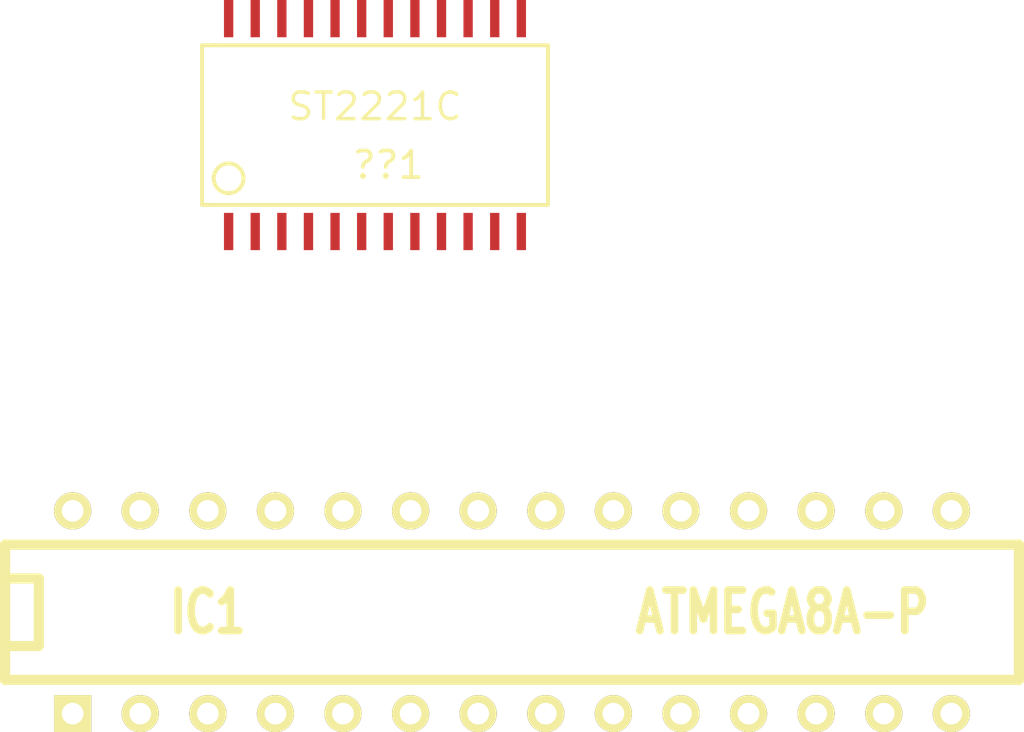
<source format=kicad_pcb>
(kicad_pcb (version 3) (host pcbnew "(2013-jul-07)-stable")

  (general
    (links 0)
    (no_connects 0)
    (area 0 0 0 0)
    (thickness 1.6)
    (drawings 0)
    (tracks 0)
    (zones 0)
    (modules 2)
    (nets 10)
  )

  (page A3)
  (layers
    (15 F.Cu signal)
    (0 B.Cu signal)
    (16 B.Adhes user)
    (17 F.Adhes user)
    (18 B.Paste user)
    (19 F.Paste user)
    (20 B.SilkS user)
    (21 F.SilkS user)
    (22 B.Mask user)
    (23 F.Mask user)
    (24 Dwgs.User user)
    (25 Cmts.User user)
    (26 Eco1.User user)
    (27 Eco2.User user)
    (28 Edge.Cuts user)
  )

  (setup
    (last_trace_width 0.254)
    (trace_clearance 0.254)
    (zone_clearance 0.508)
    (zone_45_only no)
    (trace_min 0.254)
    (segment_width 0.2)
    (edge_width 0.15)
    (via_size 0.889)
    (via_drill 0.635)
    (via_min_size 0.889)
    (via_min_drill 0.508)
    (uvia_size 0.508)
    (uvia_drill 0.127)
    (uvias_allowed no)
    (uvia_min_size 0.508)
    (uvia_min_drill 0.127)
    (pcb_text_width 0.3)
    (pcb_text_size 1 1)
    (mod_edge_width 0.15)
    (mod_text_size 1 1)
    (mod_text_width 0.15)
    (pad_size 1 1)
    (pad_drill 0.6)
    (pad_to_mask_clearance 0)
    (aux_axis_origin 0 0)
    (visible_elements FFFFFFBF)
    (pcbplotparams
      (layerselection 3178497)
      (usegerberextensions true)
      (excludeedgelayer true)
      (linewidth 0.150000)
      (plotframeref false)
      (viasonmask false)
      (mode 1)
      (useauxorigin false)
      (hpglpennumber 1)
      (hpglpenspeed 20)
      (hpglpendiameter 15)
      (hpglpenoverlay 2)
      (psnegative false)
      (psa4output false)
      (plotreference true)
      (plotvalue true)
      (plotothertext true)
      (plotinvisibletext false)
      (padsonsilk false)
      (subtractmaskfromsilk false)
      (outputformat 1)
      (mirror false)
      (drillshape 1)
      (scaleselection 1)
      (outputdirectory ""))
  )

  (net 0 "")
  (net 1 N-000001)
  (net 2 N-000002)
  (net 3 N-000003)
  (net 4 N-000004)
  (net 5 N-0000048)
  (net 6 N-000005)
  (net 7 N-0000051)
  (net 8 N-0000054)
  (net 9 N-000006)

  (net_class Default "To jest domyślna klasa połączeń."
    (clearance 0.254)
    (trace_width 0.254)
    (via_dia 0.889)
    (via_drill 0.635)
    (uvia_dia 0.508)
    (uvia_drill 0.127)
    (add_net "")
    (add_net N-000001)
    (add_net N-000002)
    (add_net N-000003)
    (add_net N-000004)
    (add_net N-0000048)
    (add_net N-000005)
    (add_net N-0000051)
    (add_net N-0000054)
    (add_net N-000006)
  )

  (module SSOP24-1 (layer F.Cu) (tedit 57DC6BAC) (tstamp 57DD2FC4)
    (at 44 33)
    (path /57DC679B)
    (attr smd)
    (fp_text reference ??1 (at 0.5 1.5) (layer F.SilkS)
      (effects (font (size 1.00076 1.00076) (thickness 0.1397)))
    )
    (fp_text value ST2221C (at 0 -0.6985) (layer F.SilkS)
      (effects (font (size 1.00076 1.00076) (thickness 0.12954)))
    )
    (fp_line (start -6.5 3) (end -6 3) (layer F.SilkS) (width 0.15))
    (fp_line (start -6.5 -3) (end -6 -3) (layer F.SilkS) (width 0.15))
    (fp_circle (center -5.5 2) (end -5 2.25) (layer F.SilkS) (width 0.15))
    (fp_line (start 6.5 -3) (end 6.5 3) (layer F.SilkS) (width 0.15))
    (fp_line (start 6.5 3) (end -6 3) (layer F.SilkS) (width 0.15))
    (fp_line (start -6.5 3) (end -6.5 -3) (layer F.SilkS) (width 0.15))
    (fp_line (start -6 -3) (end 6.5 -3) (layer F.SilkS) (width 0.15))
    (pad 1 smd rect (at -5.5 4) (size 0.35052 1.39954)
      (layers F.Cu F.Paste F.Mask)
    )
    (pad 2 smd rect (at -4.5 4) (size 0.35052 1.39954)
      (layers F.Cu F.Paste F.Mask)
    )
    (pad 3 smd rect (at -3.5 4) (size 0.35052 1.39954)
      (layers F.Cu F.Paste F.Mask)
    )
    (pad 4 smd rect (at -2.5 4) (size 0.35052 1.39954)
      (layers F.Cu F.Paste F.Mask)
    )
    (pad 5 smd rect (at -1.5 4) (size 0.35052 1.39954)
      (layers F.Cu F.Paste F.Mask)
      (net 9 N-000006)
    )
    (pad 6 smd rect (at -0.5 4) (size 0.35052 1.39954)
      (layers F.Cu F.Paste F.Mask)
      (net 7 N-0000051)
    )
    (pad 7 smd rect (at 0.5 4) (size 0.35052 1.39954)
      (layers F.Cu F.Paste F.Mask)
      (net 8 N-0000054)
    )
    (pad 8 smd rect (at 1.5 4) (size 0.35052 1.39954)
      (layers F.Cu F.Paste F.Mask)
      (net 5 N-0000048)
    )
    (pad 9 smd rect (at 2.5 4) (size 0.35052 1.39954)
      (layers F.Cu F.Paste F.Mask)
      (net 2 N-000002)
    )
    (pad 10 smd rect (at 3.5 4) (size 0.35052 1.39954)
      (layers F.Cu F.Paste F.Mask)
      (net 3 N-000003)
    )
    (pad 11 smd rect (at 4.5 4) (size 0.35052 1.39954)
      (layers F.Cu F.Paste F.Mask)
      (net 1 N-000001)
    )
    (pad 12 smd rect (at 5.5 4) (size 0.35052 1.39954)
      (layers F.Cu F.Paste F.Mask)
      (net 4 N-000004)
    )
    (pad 13 smd rect (at 5.5 -4) (size 0.35052 1.39954)
      (layers F.Cu F.Paste F.Mask)
      (net 6 N-000005)
    )
    (pad 14 smd rect (at 4.5 -4) (size 0.35052 1.39954)
      (layers F.Cu F.Paste F.Mask)
    )
    (pad 15 smd rect (at 3.5 -4) (size 0.35052 1.39954)
      (layers F.Cu F.Paste F.Mask)
    )
    (pad 16 smd rect (at 2.5 -4) (size 0.35052 1.39954)
      (layers F.Cu F.Paste F.Mask)
    )
    (pad 17 smd rect (at 1.5 -4) (size 0.35052 1.39954)
      (layers F.Cu F.Paste F.Mask)
    )
    (pad 18 smd rect (at 0.5 -4) (size 0.35052 1.39954)
      (layers F.Cu F.Paste F.Mask)
    )
    (pad 19 smd rect (at -0.5 -4) (size 0.35052 1.39954)
      (layers F.Cu F.Paste F.Mask)
    )
    (pad 20 smd rect (at -1.5 -4) (size 0.35052 1.39954)
      (layers F.Cu F.Paste F.Mask)
    )
    (pad 21 smd rect (at -2.5 -4) (size 0.35052 1.39954)
      (layers F.Cu F.Paste F.Mask)
    )
    (pad 22 smd rect (at -3.5 -4) (size 0.35052 1.39954)
      (layers F.Cu F.Paste F.Mask)
    )
    (pad 23 smd rect (at -4.5 -4) (size 0.35052 1.39954)
      (layers F.Cu F.Paste F.Mask)
    )
    (pad 24 smd rect (at -5.5 -4) (size 0.35052 1.39954)
      (layers F.Cu F.Paste F.Mask)
    )
    (model smd/smd_dil/tssop-24.wrl
      (at (xyz 0 0 0))
      (scale (xyz 1 1 1))
      (rotate (xyz 0 0 0))
    )
  )

  (module DIP-28__300 (layer F.Cu) (tedit 200000) (tstamp 57DC8EA5)
    (at 49.149 51.308)
    (descr "28 pins DIL package, round pads, width 300mil")
    (tags DIL)
    (path /57DC70FF)
    (fp_text reference IC1 (at -11.43 0) (layer F.SilkS)
      (effects (font (size 1.524 1.143) (thickness 0.3048)))
    )
    (fp_text value ATMEGA8A-P (at 10.16 0) (layer F.SilkS)
      (effects (font (size 1.524 1.143) (thickness 0.3048)))
    )
    (fp_line (start -19.05 -2.54) (end 19.05 -2.54) (layer F.SilkS) (width 0.381))
    (fp_line (start 19.05 -2.54) (end 19.05 2.54) (layer F.SilkS) (width 0.381))
    (fp_line (start 19.05 2.54) (end -19.05 2.54) (layer F.SilkS) (width 0.381))
    (fp_line (start -19.05 2.54) (end -19.05 -2.54) (layer F.SilkS) (width 0.381))
    (fp_line (start -19.05 -1.27) (end -17.78 -1.27) (layer F.SilkS) (width 0.381))
    (fp_line (start -17.78 -1.27) (end -17.78 1.27) (layer F.SilkS) (width 0.381))
    (fp_line (start -17.78 1.27) (end -19.05 1.27) (layer F.SilkS) (width 0.381))
    (pad 2 thru_hole circle (at -13.97 3.81) (size 1.397 1.397) (drill 0.8128)
      (layers *.Cu *.Mask F.SilkS)
    )
    (pad 3 thru_hole circle (at -11.43 3.81) (size 1.397 1.397) (drill 0.8128)
      (layers *.Cu *.Mask F.SilkS)
    )
    (pad 4 thru_hole circle (at -8.89 3.81) (size 1.397 1.397) (drill 0.8128)
      (layers *.Cu *.Mask F.SilkS)
    )
    (pad 5 thru_hole circle (at -6.35 3.81) (size 1.397 1.397) (drill 0.8128)
      (layers *.Cu *.Mask F.SilkS)
    )
    (pad 6 thru_hole circle (at -3.81 3.81) (size 1.397 1.397) (drill 0.8128)
      (layers *.Cu *.Mask F.SilkS)
    )
    (pad 7 thru_hole circle (at -1.27 3.81) (size 1.397 1.397) (drill 0.8128)
      (layers *.Cu *.Mask F.SilkS)
    )
    (pad 8 thru_hole circle (at 1.27 3.81) (size 1.397 1.397) (drill 0.8128)
      (layers *.Cu *.Mask F.SilkS)
    )
    (pad 9 thru_hole circle (at 3.81 3.81) (size 1.397 1.397) (drill 0.8128)
      (layers *.Cu *.Mask F.SilkS)
    )
    (pad 10 thru_hole circle (at 6.35 3.81) (size 1.397 1.397) (drill 0.8128)
      (layers *.Cu *.Mask F.SilkS)
    )
    (pad 11 thru_hole circle (at 8.89 3.81) (size 1.397 1.397) (drill 0.8128)
      (layers *.Cu *.Mask F.SilkS)
    )
    (pad 12 thru_hole circle (at 11.43 3.81) (size 1.397 1.397) (drill 0.8128)
      (layers *.Cu *.Mask F.SilkS)
    )
    (pad 13 thru_hole circle (at 13.97 3.81) (size 1.397 1.397) (drill 0.8128)
      (layers *.Cu *.Mask F.SilkS)
    )
    (pad 14 thru_hole circle (at 16.51 3.81) (size 1.397 1.397) (drill 0.8128)
      (layers *.Cu *.Mask F.SilkS)
    )
    (pad 1 thru_hole rect (at -16.51 3.81) (size 1.397 1.397) (drill 0.8128)
      (layers *.Cu *.Mask F.SilkS)
    )
    (pad 15 thru_hole circle (at 16.51 -3.81) (size 1.397 1.397) (drill 0.8128)
      (layers *.Cu *.Mask F.SilkS)
    )
    (pad 16 thru_hole circle (at 13.97 -3.81) (size 1.397 1.397) (drill 0.8128)
      (layers *.Cu *.Mask F.SilkS)
    )
    (pad 17 thru_hole circle (at 11.43 -3.81) (size 1.397 1.397) (drill 0.8128)
      (layers *.Cu *.Mask F.SilkS)
    )
    (pad 18 thru_hole circle (at 8.89 -3.81) (size 1.397 1.397) (drill 0.8128)
      (layers *.Cu *.Mask F.SilkS)
    )
    (pad 19 thru_hole circle (at 6.35 -3.81) (size 1.397 1.397) (drill 0.8128)
      (layers *.Cu *.Mask F.SilkS)
    )
    (pad 20 thru_hole circle (at 3.81 -3.81) (size 1.397 1.397) (drill 0.8128)
      (layers *.Cu *.Mask F.SilkS)
    )
    (pad 21 thru_hole circle (at 1.27 -3.81) (size 1.397 1.397) (drill 0.8128)
      (layers *.Cu *.Mask F.SilkS)
    )
    (pad 22 thru_hole circle (at -1.27 -3.81) (size 1.397 1.397) (drill 0.8128)
      (layers *.Cu *.Mask F.SilkS)
    )
    (pad 23 thru_hole circle (at -3.81 -3.81) (size 1.397 1.397) (drill 0.8128)
      (layers *.Cu *.Mask F.SilkS)
    )
    (pad 24 thru_hole circle (at -6.35 -3.81) (size 1.397 1.397) (drill 0.8128)
      (layers *.Cu *.Mask F.SilkS)
    )
    (pad 25 thru_hole circle (at -8.89 -3.81) (size 1.397 1.397) (drill 0.8128)
      (layers *.Cu *.Mask F.SilkS)
    )
    (pad 26 thru_hole circle (at -11.43 -3.81) (size 1.397 1.397) (drill 0.8128)
      (layers *.Cu *.Mask F.SilkS)
    )
    (pad 27 thru_hole circle (at -13.97 -3.81) (size 1.397 1.397) (drill 0.8128)
      (layers *.Cu *.Mask F.SilkS)
    )
    (pad 28 thru_hole circle (at -16.51 -3.81) (size 1.397 1.397) (drill 0.8128)
      (layers *.Cu *.Mask F.SilkS)
    )
    (model dil/dil_28-w300.wrl
      (at (xyz 0 0 0))
      (scale (xyz 1 1 1))
      (rotate (xyz 0 0 0))
    )
  )

)

</source>
